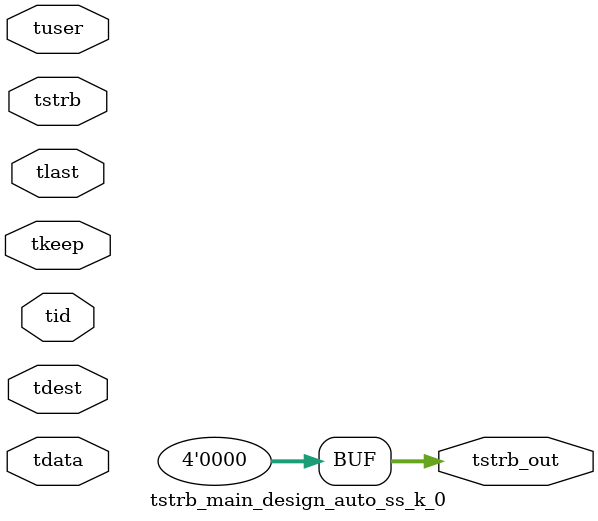
<source format=v>


`timescale 1ps/1ps

module tstrb_main_design_auto_ss_k_0 #
(
parameter C_S_AXIS_TDATA_WIDTH = 32,
parameter C_S_AXIS_TUSER_WIDTH = 0,
parameter C_S_AXIS_TID_WIDTH   = 0,
parameter C_S_AXIS_TDEST_WIDTH = 0,
parameter C_M_AXIS_TDATA_WIDTH = 32
)
(
input  [(C_S_AXIS_TDATA_WIDTH == 0 ? 1 : C_S_AXIS_TDATA_WIDTH)-1:0     ] tdata,
input  [(C_S_AXIS_TUSER_WIDTH == 0 ? 1 : C_S_AXIS_TUSER_WIDTH)-1:0     ] tuser,
input  [(C_S_AXIS_TID_WIDTH   == 0 ? 1 : C_S_AXIS_TID_WIDTH)-1:0       ] tid,
input  [(C_S_AXIS_TDEST_WIDTH == 0 ? 1 : C_S_AXIS_TDEST_WIDTH)-1:0     ] tdest,
input  [(C_S_AXIS_TDATA_WIDTH/8)-1:0 ] tkeep,
input  [(C_S_AXIS_TDATA_WIDTH/8)-1:0 ] tstrb,
input                                                                    tlast,
output [(C_M_AXIS_TDATA_WIDTH/8)-1:0 ] tstrb_out
);

assign tstrb_out = {1'b0};

endmodule


</source>
